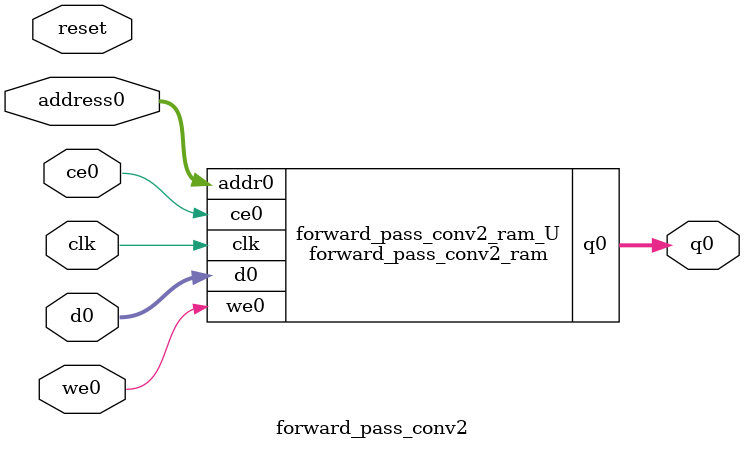
<source format=v>
`timescale 1 ns / 1 ps
module forward_pass_conv2_ram (addr0, ce0, d0, we0, q0,  clk);

parameter DWIDTH = 16;
parameter AWIDTH = 7;
parameter MEM_SIZE = 128;

input[AWIDTH-1:0] addr0;
input ce0;
input[DWIDTH-1:0] d0;
input we0;
output reg[DWIDTH-1:0] q0;
input clk;

(* ram_style = "block" *)reg [DWIDTH-1:0] ram[0:MEM_SIZE-1];




always @(posedge clk)  
begin 
    if (ce0) 
    begin
        if (we0) 
        begin 
            ram[addr0] <= d0; 
        end 
        q0 <= ram[addr0];
    end
end


endmodule

`timescale 1 ns / 1 ps
module forward_pass_conv2(
    reset,
    clk,
    address0,
    ce0,
    we0,
    d0,
    q0);

parameter DataWidth = 32'd16;
parameter AddressRange = 32'd128;
parameter AddressWidth = 32'd7;
input reset;
input clk;
input[AddressWidth - 1:0] address0;
input ce0;
input we0;
input[DataWidth - 1:0] d0;
output[DataWidth - 1:0] q0;



forward_pass_conv2_ram forward_pass_conv2_ram_U(
    .clk( clk ),
    .addr0( address0 ),
    .ce0( ce0 ),
    .we0( we0 ),
    .d0( d0 ),
    .q0( q0 ));

endmodule


</source>
